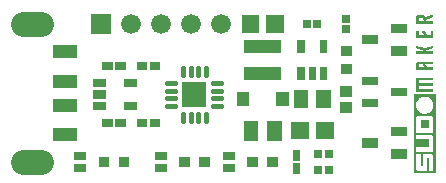
<source format=gts>
G04 Layer: TopSolderMaskLayer*
G04 EasyEDA v6.4.25, 2021-11-13T21:47:53+08:00*
G04 5f2a3f83ced14d76a3667b2aff7d93ec,987c639a94b84ffc8c6145f2c3ae8d38,10*
G04 Gerber Generator version 0.2*
G04 Scale: 100 percent, Rotated: No, Reflected: No *
G04 Dimensions in millimeters *
G04 leading zeros omitted , absolute positions ,4 integer and 5 decimal *
%FSLAX45Y45*%
%MOMM*%

%ADD44C,2.1016*%
%ADD45C,0.4516*%
%ADD59R,1.3516X0.8016*%
%ADD64C,1.6764*%

%LPD*%
G36*
X4334967Y17049089D02*
G01*
X4332884Y17049038D01*
X4321911Y17045787D01*
X4265523Y17027194D01*
X4263948Y17029684D01*
X4256633Y17044009D01*
X4196689Y17044009D01*
X4190034Y17037304D01*
X4190034Y17020489D01*
X4244289Y17020489D01*
X4256633Y16995292D01*
X4213352Y16995292D01*
X4213352Y17020489D01*
X4190034Y17020489D01*
X4190034Y16971772D01*
X4334967Y16971772D01*
X4334967Y16995292D01*
X4280611Y16995292D01*
X4275328Y17006417D01*
X4334967Y17026280D01*
G37*
G36*
X4240022Y16909745D02*
G01*
X4240022Y16907967D01*
X4240682Y16905935D01*
X4245102Y16896080D01*
X4256735Y16872661D01*
X4213352Y16872661D01*
X4213352Y16909592D01*
X4190034Y16909592D01*
X4190034Y16849140D01*
X4334967Y16849140D01*
X4334967Y16909592D01*
X4311650Y16909592D01*
X4311650Y16872661D01*
X4280814Y16872661D01*
X4262475Y16908729D01*
G37*
G36*
X4190034Y16786707D02*
G01*
X4190034Y16762476D01*
X4260799Y16739057D01*
X4190034Y16738142D01*
X4190034Y16714724D01*
X4334967Y16714724D01*
X4334967Y16738142D01*
X4264253Y16739057D01*
X4334967Y16762425D01*
X4334967Y16786555D01*
X4262475Y16762323D01*
G37*
G36*
X4195216Y16650868D02*
G01*
X4190034Y16643400D01*
X4190034Y16627348D01*
X4244949Y16627348D01*
X4256227Y16604284D01*
X4256684Y16603014D01*
X4254957Y16602659D01*
X4243425Y16602201D01*
X4213352Y16602151D01*
X4213352Y16627348D01*
X4190034Y16627348D01*
X4190034Y16585590D01*
X4198823Y16578580D01*
X4334967Y16578580D01*
X4334967Y16602049D01*
X4280814Y16603014D01*
X4268165Y16627348D01*
X4334967Y16627348D01*
X4334967Y16650868D01*
G37*
G36*
X4196689Y16516451D02*
G01*
X4190034Y16509746D01*
X4190034Y16460012D01*
X4194048Y16455948D01*
X4190034Y16451935D01*
X4190034Y16402202D01*
X4196689Y16395496D01*
X4334967Y16395496D01*
X4334967Y16418966D01*
X4213352Y16418966D01*
X4213352Y16444213D01*
X4334967Y16444213D01*
X4334967Y16467734D01*
X4213352Y16467734D01*
X4213352Y16492931D01*
X4334967Y16492931D01*
X4334967Y16516451D01*
G37*
G36*
X4170070Y16375329D02*
G01*
X4170070Y16266972D01*
X4189984Y16266972D01*
X4191000Y16302228D01*
X4201515Y16324122D01*
X4210354Y16332962D01*
X4217619Y16339769D01*
X4224274Y16344696D01*
X4231335Y16348456D01*
X4239971Y16351808D01*
X4249928Y16355161D01*
X4274718Y16355161D01*
X4294124Y16349014D01*
X4301337Y16344442D01*
X4304741Y16342055D01*
X4308652Y16338905D01*
X4316018Y16331996D01*
X4323486Y16324122D01*
X4334154Y16302329D01*
X4334154Y16261842D01*
X4323486Y16239998D01*
X4316018Y16232174D01*
X4309059Y16225570D01*
X4301744Y16220135D01*
X4293920Y16215715D01*
X4285335Y16212210D01*
X4276140Y16209010D01*
X4250283Y16209010D01*
X4230827Y16215106D01*
X4218736Y16223132D01*
X4213961Y16227094D01*
X4209542Y16231412D01*
X4205528Y16236086D01*
X4201871Y16241064D01*
X4198569Y16246398D01*
X4195724Y16251986D01*
X4193336Y16257828D01*
X4189984Y16266972D01*
X4170070Y16266972D01*
X4170070Y16047719D01*
X4190034Y16047719D01*
X4190034Y16182441D01*
X4201363Y16193871D01*
X4323638Y16193871D01*
X4334967Y16182441D01*
X4334967Y16047719D01*
X4170070Y16047719D01*
X4170070Y16032581D01*
X4323638Y16032581D01*
X4334967Y16021151D01*
X4334967Y15897809D01*
X4323638Y15886430D01*
X4190034Y15886430D01*
X4190034Y15925038D01*
X4296664Y15925038D01*
X4296664Y15993973D01*
X4190034Y15993973D01*
X4190034Y16032581D01*
X4170070Y16032581D01*
X4170070Y15736519D01*
X4190034Y15736519D01*
X4190034Y15871291D01*
X4228338Y15871291D01*
X4228338Y15763748D01*
X4243324Y15763748D01*
X4243324Y15859099D01*
X4249877Y15867481D01*
X4259529Y15871494D01*
X4325264Y15870428D01*
X4334967Y15859455D01*
X4334967Y15725089D01*
X4296664Y15725089D01*
X4296664Y15832683D01*
X4281678Y15832683D01*
X4281678Y15725089D01*
X4201363Y15725089D01*
X4190034Y15736519D01*
X4170070Y15736519D01*
X4170070Y15704972D01*
X4354931Y15704972D01*
X4354931Y16375329D01*
G37*
G36*
X4228338Y16155212D02*
G01*
X4228338Y16086328D01*
X4296664Y16086328D01*
X4296664Y16155212D01*
G37*
D44*
X1010991Y16969968D02*
G01*
X860991Y16969968D01*
X1010991Y15799968D02*
G01*
X860991Y15799968D01*
D45*
X2409063Y16144963D02*
G01*
X2409063Y16209962D01*
X2344038Y16144963D02*
G01*
X2344038Y16209962D01*
X2279015Y16144963D02*
G01*
X2279015Y16209962D01*
X2213990Y16144963D02*
G01*
X2213990Y16209962D01*
X2409063Y16534955D02*
G01*
X2409063Y16599954D01*
X2344038Y16534955D02*
G01*
X2344038Y16599954D01*
X2279015Y16534955D02*
G01*
X2279015Y16599954D01*
X2213990Y16534955D02*
G01*
X2213990Y16599954D01*
X2472499Y16275938D02*
G01*
X2537498Y16275938D01*
X2472499Y16340962D02*
G01*
X2537498Y16340962D01*
X2472499Y16405987D02*
G01*
X2537498Y16405987D01*
X2472499Y16471011D02*
G01*
X2537498Y16471011D01*
X2082507Y16471519D02*
G01*
X2147506Y16471519D01*
X2082507Y16406495D02*
G01*
X2147506Y16406495D01*
X2082507Y16341470D02*
G01*
X2147506Y16341470D01*
X2082507Y16276446D02*
G01*
X2147506Y16276446D01*
G36*
X3233420Y16937989D02*
G01*
X3233420Y17001998D01*
X3299968Y17001998D01*
X3299968Y16937989D01*
G37*
G36*
X3320034Y16937989D02*
G01*
X3320034Y17001998D01*
X3386581Y17001998D01*
X3386581Y16937989D01*
G37*
G36*
X3133852Y15992347D02*
G01*
X3133852Y16137636D01*
X3284981Y16137636D01*
X3284981Y15992347D01*
G37*
G36*
X3339845Y15992347D02*
G01*
X3339845Y16137636D01*
X3490975Y16137636D01*
X3490975Y15992347D01*
G37*
G36*
X3547363Y16214852D02*
G01*
X3547363Y16305021D01*
X3647693Y16305021D01*
X3647693Y16214852D01*
G37*
G36*
X3547363Y16354805D02*
G01*
X3547363Y16444976D01*
X3647693Y16444976D01*
X3647693Y16354805D01*
G37*
G36*
X2711450Y16897350D02*
G01*
X2711450Y17042637D01*
X2862579Y17042637D01*
X2862579Y16897350D01*
G37*
G36*
X2917443Y16897350D02*
G01*
X2917443Y17042637D01*
X3068574Y17042637D01*
X3068574Y16897350D01*
G37*
G36*
X3328415Y15835376D02*
G01*
X3328415Y15899637D01*
X3394963Y15899637D01*
X3394963Y15835376D01*
G37*
G36*
X3415029Y15835376D02*
G01*
X3415029Y15899637D01*
X3481577Y15899637D01*
X3481577Y15835376D01*
G37*
G36*
X1110995Y15978124D02*
G01*
X1110995Y16088360D01*
X1316989Y16088360D01*
X1316989Y15978124D01*
G37*
G36*
X1110995Y16681704D02*
G01*
X1110995Y16791939D01*
X1316989Y16791939D01*
X1316989Y16681704D01*
G37*
G36*
X1110995Y16227044D02*
G01*
X1110995Y16337279D01*
X1316989Y16337279D01*
X1316989Y16227044D01*
G37*
G36*
X1110995Y16427704D02*
G01*
X1110995Y16537939D01*
X1316989Y16537939D01*
X1316989Y16427704D01*
G37*
G36*
X1823212Y16582897D02*
G01*
X1823212Y16647160D01*
X1912365Y16647160D01*
X1912365Y16582897D01*
G37*
G36*
X1932177Y16582897D02*
G01*
X1932177Y16647160D01*
X2021331Y16647160D01*
X2021331Y16582897D01*
G37*
G36*
X1823212Y16097757D02*
G01*
X1823212Y16162020D01*
X1912365Y16162020D01*
X1912365Y16097757D01*
G37*
G36*
X1932177Y16097757D02*
G01*
X1932177Y16162020D01*
X2021331Y16162020D01*
X2021331Y16097757D01*
G37*
G36*
X1712468Y16432276D02*
G01*
X1712468Y16502634D01*
X1822704Y16502634D01*
X1822704Y16432276D01*
G37*
G36*
X1712468Y16242284D02*
G01*
X1712468Y16312642D01*
X1822704Y16312642D01*
X1822704Y16242284D01*
G37*
G36*
X1452371Y16242284D02*
G01*
X1452371Y16312642D01*
X1562607Y16312642D01*
X1562607Y16242284D01*
G37*
G36*
X1452371Y16337279D02*
G01*
X1452371Y16407637D01*
X1562607Y16407637D01*
X1562607Y16337279D01*
G37*
G36*
X1452371Y16432276D02*
G01*
X1452371Y16502634D01*
X1562607Y16502634D01*
X1562607Y16432276D01*
G37*
G36*
X1530857Y16582897D02*
G01*
X1530857Y16647160D01*
X1620012Y16647160D01*
X1620012Y16582897D01*
G37*
G36*
X1639823Y16582897D02*
G01*
X1639823Y16647160D01*
X1728978Y16647160D01*
X1728978Y16582897D01*
G37*
G36*
X1530857Y16098012D02*
G01*
X1530857Y16162020D01*
X1620012Y16162020D01*
X1620012Y16098012D01*
G37*
G36*
X1639823Y16098012D02*
G01*
X1639823Y16162020D01*
X1728978Y16162020D01*
X1728978Y16098012D01*
G37*
G36*
X1499870Y15754857D02*
G01*
X1499870Y15845028D01*
X1590039Y15845028D01*
X1590039Y15754857D01*
G37*
G36*
X1670050Y15754857D02*
G01*
X1670050Y15845028D01*
X1760220Y15845028D01*
X1760220Y15754857D01*
G37*
G36*
X1977390Y15714726D02*
G01*
X1977390Y15785084D01*
X2077720Y15785084D01*
X2077720Y15714726D01*
G37*
G36*
X1977390Y15814802D02*
G01*
X1977390Y15885160D01*
X2077720Y15885160D01*
X2077720Y15814802D01*
G37*
G36*
X1294892Y15714726D02*
G01*
X1294892Y15785084D01*
X1395221Y15785084D01*
X1395221Y15714726D01*
G37*
G36*
X1294892Y15814802D02*
G01*
X1294892Y15885160D01*
X1395221Y15885160D01*
X1395221Y15814802D01*
G37*
G36*
X2207513Y16269970D02*
G01*
X2207513Y16474947D01*
X2412491Y16474947D01*
X2412491Y16269970D01*
G37*
G36*
X3142995Y15700755D02*
G01*
X3142995Y15790163D01*
X3207004Y15790163D01*
X3207004Y15700755D01*
G37*
G36*
X3142995Y15809976D02*
G01*
X3142995Y15899129D01*
X3207004Y15899129D01*
X3207004Y15809976D01*
G37*
G36*
X2668270Y16272763D02*
G01*
X2668270Y16397986D01*
X2773425Y16397986D01*
X2773425Y16272763D01*
G37*
G36*
X3006597Y16272763D02*
G01*
X3006597Y16397986D01*
X3111754Y16397986D01*
X3111754Y16272763D01*
G37*
G36*
X2735325Y16723868D02*
G01*
X2735325Y16834104D01*
X3045459Y16834104D01*
X3045459Y16723868D01*
G37*
G36*
X2735325Y16493997D02*
G01*
X2735325Y16604234D01*
X3045459Y16604234D01*
X3045459Y16493997D01*
G37*
G36*
X2729738Y15976092D02*
G01*
X2729738Y16151352D01*
X2850134Y16151352D01*
X2850134Y15976092D01*
G37*
G36*
X2929890Y15976092D02*
G01*
X2929890Y16151352D01*
X3050286Y16151352D01*
X3050286Y15976092D01*
G37*
D59*
G01*
X4044950Y16392474D03*
G01*
X3795013Y16297478D03*
G01*
X3795013Y16487470D03*
G36*
X3727450Y16797274D02*
G01*
X3727450Y16877537D01*
X3862577Y16877537D01*
X3862577Y16797274D01*
G37*
G36*
X3977386Y16892270D02*
G01*
X3977386Y16972534D01*
X4112513Y16972534D01*
X4112513Y16892270D01*
G37*
G36*
X3977386Y16702278D02*
G01*
X3977386Y16782542D01*
X4112513Y16782542D01*
X4112513Y16702278D01*
G37*
G36*
X3727450Y15922497D02*
G01*
X3727450Y16002507D01*
X3862577Y16002507D01*
X3862577Y15922497D01*
G37*
G36*
X3977386Y16017494D02*
G01*
X3977386Y16097504D01*
X4112513Y16097504D01*
X4112513Y16017494D01*
G37*
G36*
X3977386Y15827502D02*
G01*
X3977386Y15907512D01*
X4112513Y15907512D01*
X4112513Y15827502D01*
G37*
G36*
X3344925Y16261079D02*
G01*
X3344925Y16408907D01*
X3468370Y16408907D01*
X3468370Y16261079D01*
G37*
G36*
X3151631Y16261079D02*
G01*
X3151631Y16408907D01*
X3275075Y16408907D01*
X3275075Y16261079D01*
G37*
G36*
X3328415Y15700502D02*
G01*
X3328415Y15764510D01*
X3394963Y15764510D01*
X3394963Y15700502D01*
G37*
G36*
X3415029Y15700502D02*
G01*
X3415029Y15764510D01*
X3481577Y15764510D01*
X3481577Y15700502D01*
G37*
G36*
X3183381Y16492981D02*
G01*
X3183381Y16607536D01*
X3246627Y16607536D01*
X3246627Y16492981D01*
G37*
G36*
X3278377Y16492981D02*
G01*
X3278377Y16607536D01*
X3341624Y16607536D01*
X3341624Y16492981D01*
G37*
G36*
X3373374Y16492981D02*
G01*
X3373374Y16607536D01*
X3436620Y16607536D01*
X3436620Y16492981D01*
G37*
G36*
X3373374Y16722344D02*
G01*
X3373374Y16837152D01*
X3436620Y16837152D01*
X3436620Y16722344D01*
G37*
G36*
X3183381Y16722344D02*
G01*
X3183381Y16837152D01*
X3246627Y16837152D01*
X3246627Y16722344D01*
G37*
G36*
X2182368Y15754857D02*
G01*
X2182368Y15845028D01*
X2272538Y15845028D01*
X2272538Y15754857D01*
G37*
G36*
X2352547Y15754857D02*
G01*
X2352547Y15845028D01*
X2442718Y15845028D01*
X2442718Y15754857D01*
G37*
G36*
X2757170Y15754857D02*
G01*
X2757170Y15845028D01*
X2847340Y15845028D01*
X2847340Y15754857D01*
G37*
G36*
X2927350Y15754857D02*
G01*
X2927350Y15845028D01*
X3017520Y15845028D01*
X3017520Y15754857D01*
G37*
G36*
X3549141Y16694912D02*
G01*
X3549141Y16785589D01*
X3645661Y16785589D01*
X3645661Y16694912D01*
G37*
G36*
X3549141Y16544289D02*
G01*
X3549141Y16634968D01*
X3645661Y16634968D01*
X3645661Y16544289D01*
G37*
G36*
X3565397Y16979900D02*
G01*
X3565397Y17046702D01*
X3629659Y17046702D01*
X3629659Y16979900D01*
G37*
G36*
X3565397Y16893286D02*
G01*
X3565397Y16960087D01*
X3629659Y16960087D01*
X3629659Y16893286D01*
G37*
G36*
X2552445Y15714726D02*
G01*
X2552445Y15785084D01*
X2652775Y15785084D01*
X2652775Y15714726D01*
G37*
G36*
X2552445Y15814802D02*
G01*
X2552445Y15885160D01*
X2652775Y15885160D01*
X2652775Y15814802D01*
G37*
D64*
G01*
X2537993Y16970019D03*
G01*
X2283993Y16970019D03*
G01*
X2029993Y16970019D03*
G01*
X1775993Y16970019D03*
G36*
X1438147Y16886174D02*
G01*
X1438147Y17053813D01*
X1605787Y17053813D01*
X1605787Y16886174D01*
G37*
M02*

</source>
